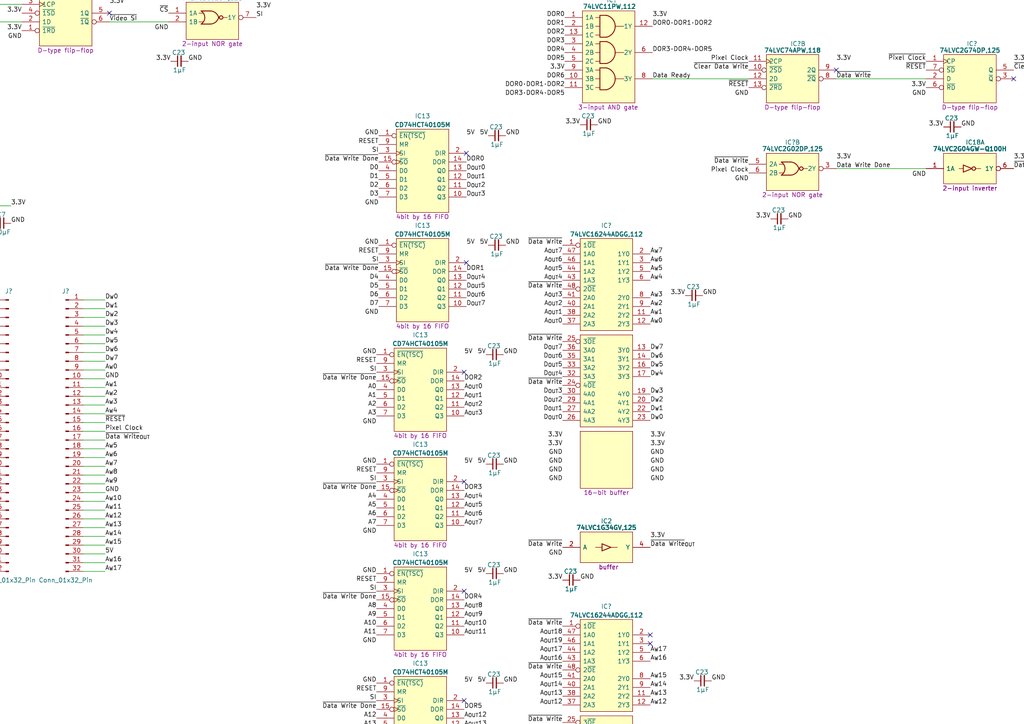
<source format=kicad_sch>
(kicad_sch (version 20230121) (generator eeschema)
  (paper "A4")
  (junction (at -31.115 59.69))
  (junction (at -1.905 59.69))
  (no_connect (at 188.595 184.15))
  (no_connect (at 31.75 3.81))
  (no_connect (at 188.595 186.69))
  (no_connect (at 134.62 139.7))
  (no_connect (at 134.62 203.2))
  (no_connect (at 134.62 171.45))
  (no_connect (at 242.57 20.32))
  (no_connect (at 135.255 44.45))
  (no_connect (at 134.62 234.95))
  (no_connect (at -5.715 64.77))
  (no_connect (at 294.005 22.86))
  (no_connect (at 188.595 232.41))
  (no_connect (at 188.595 227.33))
  (no_connect (at 134.62 107.95))
  (no_connect (at 188.595 229.87))
  (no_connect (at 135.255 76.2))
  (no_connect (at 188.595 224.79))
  (wire (pts (xy -1.905 64.77) (xy -1.905 59.69)))
  (wire (pts (xy 30.48 130.175) (xy 24.13 130.175)))
  (wire (pts (xy 30.48 153.035) (xy 24.13 153.035)))
  (wire (pts (xy -1.27 6.35) (xy 6.35 6.35)))
  (wire (pts (xy 30.48 109.855) (xy 24.13 109.855)))
  (wire (pts (xy 30.48 145.415) (xy 24.13 145.415)))
  (wire (pts (xy 30.48 89.535) (xy 24.13 89.535)))
  (wire (pts (xy -8.89 127.635) (xy -2.54 127.635)))
  (wire (pts (xy -8.89 155.575) (xy -2.54 155.575)))
  (wire (pts (xy 30.48 102.235) (xy 24.13 102.235)))
  (wire (pts (xy 30.48 147.955) (xy 24.13 147.955)))
  (wire (pts (xy -8.89 145.415) (xy -2.54 145.415)))
  (wire (pts (xy 30.48 120.015) (xy 24.13 120.015)))
  (wire (pts (xy -8.89 104.775) (xy -2.54 104.775)))
  (wire (pts (xy 242.57 48.895) (xy 268.605 48.895)))
  (wire (pts (xy -8.89 125.095) (xy -2.54 125.095)))
  (wire (pts (xy -8.89 132.715) (xy -2.54 132.715)))
  (wire (pts (xy -8.89 120.015) (xy -2.54 120.015)))
  (wire (pts (xy -12.7 1.27) (xy 6.35 1.27)))
  (wire (pts (xy -8.89 137.795) (xy -2.54 137.795)))
  (wire (pts (xy -31.115 59.69) (xy -31.115 62.23)))
  (wire (pts (xy 30.48 92.075) (xy 24.13 92.075)))
  (wire (pts (xy 30.48 107.315) (xy 24.13 107.315)))
  (wire (pts (xy -8.89 99.695) (xy -2.54 99.695)))
  (wire (pts (xy 30.48 155.575) (xy 24.13 155.575)))
  (wire (pts (xy 30.48 117.475) (xy 24.13 117.475)))
  (wire (pts (xy -8.89 130.175) (xy -2.54 130.175)))
  (wire (pts (xy 30.48 142.875) (xy 24.13 142.875)))
  (wire (pts (xy 242.57 22.86) (xy 268.605 22.86)))
  (wire (pts (xy -8.89 160.655) (xy -2.54 160.655)))
  (wire (pts (xy 31.75 6.35) (xy 48.895 6.35)))
  (wire (pts (xy 30.48 137.795) (xy 24.13 137.795)))
  (wire (pts (xy -46.355 64.77) (xy -45.085 64.77)))
  (wire (pts (xy -8.89 102.235) (xy -2.54 102.235)))
  (wire (pts (xy 30.48 135.255) (xy 24.13 135.255)))
  (wire (pts (xy 30.48 122.555) (xy 24.13 122.555)))
  (wire (pts (xy -8.89 163.195) (xy -2.54 163.195)))
  (wire (pts (xy 30.48 125.095) (xy 24.13 125.095)))
  (wire (pts (xy 30.48 163.195) (xy 24.13 163.195)))
  (wire (pts (xy 30.48 132.715) (xy 24.13 132.715)))
  (wire (pts (xy -8.89 89.535) (xy -2.54 89.535)))
  (wire (pts (xy 30.48 150.495) (xy 24.13 150.495)))
  (wire (pts (xy 30.48 104.775) (xy 24.13 104.775)))
  (wire (pts (xy -8.89 86.995) (xy -2.54 86.995)))
  (wire (pts (xy 30.48 99.695) (xy 24.13 99.695)))
  (wire (pts (xy 30.48 160.655) (xy 24.13 160.655)))
  (wire (pts (xy -8.89 112.395) (xy -2.54 112.395)))
  (wire (pts (xy -8.89 92.075) (xy -2.54 92.075)))
  (wire (pts (xy 30.48 112.395) (xy 24.13 112.395)))
  (wire (pts (xy 30.48 94.615) (xy 24.13 94.615)))
  (wire (pts (xy -8.89 142.875) (xy -2.54 142.875)))
  (wire (pts (xy -1.27 10.16) (xy -1.27 6.35)))
  (wire (pts (xy -8.89 94.615) (xy -2.54 94.615)))
  (wire (pts (xy -8.89 114.935) (xy -2.54 114.935)))
  (wire (pts (xy -8.89 107.315) (xy -2.54 107.315)))
  (wire (pts (xy -8.89 150.495) (xy -2.54 150.495)))
  (wire (pts (xy 30.48 114.935) (xy 24.13 114.935)))
  (wire (pts (xy -46.355 59.69) (xy -46.355 64.77)))
  (wire (pts (xy 30.48 165.735) (xy 24.13 165.735)))
  (wire (pts (xy -8.89 117.475) (xy -2.54 117.475)))
  (wire (pts (xy 30.48 158.115) (xy 24.13 158.115)))
  (wire (pts (xy -8.89 147.955) (xy -2.54 147.955)))
  (wire (pts (xy -8.89 165.735) (xy -2.54 165.735)))
  (wire (pts (xy -8.89 158.115) (xy -2.54 158.115)))
  (wire (pts (xy 30.48 140.335) (xy 24.13 140.335)))
  (wire (pts (xy 24.13 86.995) (xy 30.48 86.995)))
  (wire (pts (xy -1.905 59.69) (xy 3.175 59.69)))
  (wire (pts (xy 189.23 22.86) (xy 217.17 22.86)))
  (wire (pts (xy -8.89 122.555) (xy -2.54 122.555)))
  (wire (pts (xy -8.89 153.035) (xy -2.54 153.035)))
  (wire (pts (xy -8.89 140.335) (xy -2.54 140.335)))
  (wire (pts (xy -46.355 59.69) (xy -31.115 59.69)))
  (wire (pts (xy 30.48 127.635) (xy 24.13 127.635)))
  (wire (pts (xy -8.89 135.255) (xy -2.54 135.255)))
  (wire (pts (xy -38.1 10.16) (xy -1.27 10.16)))
  (wire (pts (xy -8.89 97.155) (xy -2.54 97.155)))
  (wire (pts (xy -5.715 59.69) (xy -1.905 59.69)))
  (wire (pts (xy -8.89 109.855) (xy -2.54 109.855)))
  (wire (pts (xy 30.48 97.155) (xy 24.13 97.155)))
  (label "A_{OUT}14" (at 163.195 199.39 180))
  (label "PHI2" (at -38.1 10.16 180))
  (label "GND" (at 188.595 242.57 0))
  (label "A3" (at -8.89 120.015 180))
  (label "GND" (at 163.195 139.7 180))
  (label "A_{W}10" (at 188.595 214.63 0))
  (label "D5" (at -8.89 102.235 180))
  (label "A_{W}4" (at 188.595 81.28 0))
  (label "Pixel Clock" (at 217.17 17.78 180))
  (label "A_{W}1" (at 188.595 91.44 0))
  (label "D_{OUT}6" (at 163.195 104.14 180))
  (label "A_{W}16" (at 188.595 191.77 0))
  (label "~{Data Write}" (at 163.195 181.61 180))
  (label "RESET" (at 109.855 73.66 180))
  (label "5V" (at -8.89 92.075 180))
  (label "RESET" (at -12.7 26.035 0))
  (label "GND" (at 30.48 109.855 0))
  (label "A10" (at -8.89 147.955 180))
  (label "D_{W}2" (at 30.48 92.075 0))
  (label "DOR6" (at 134.62 237.49 0))
  (label "D_{OUT}6" (at 135.255 86.36 0))
  (label "GND" (at 109.22 154.94 180))
  (label "A_{OUT}9" (at 134.62 179.07 0))
  (label "DOR2" (at 163.83 10.16 180))
  (label "SI" (at 109.855 44.45 180))
  (label "GND" (at 188.595 134.62 0))
  (label "GND" (at 188.595 132.08 0))
  (label "A_{OUT}10" (at 163.195 214.63 180))
  (label "A_{OUT}5" (at 163.195 78.74 180))
  (label "A_{OUT}7" (at 163.195 73.66 180))
  (label "3.3V" (at 163.83 20.32 180))
  (label "~{RESET}" (at 217.17 25.4 180))
  (label "A_{OUT}3" (at 163.195 86.36 180))
  (label "GND" (at 163.195 245.11 180))
  (label "A_{OUT}15" (at 163.195 196.85 180))
  (label "A_{OUT}14" (at 134.62 213.36 0))
  (label "A_{OUT}2" (at 163.195 88.9 180))
  (label "~{Data Write}" (at 163.195 194.31 180))
  (label "Data Ready" (at 189.23 22.86 0))
  (label "3.3V" (at 163.195 127 180))
  (label "GND" (at 188.595 245.11 0))
  (label "D_{W}3" (at 188.595 114.3 0))
  (label "5V" (at 140.97 102.87 180))
  (label "SI" (at 109.22 107.95 180))
  (label "3.3V" (at 163.195 222.25 180))
  (label "3.3V" (at 31.75 1.27 0))
  (label "D_{OUT}3" (at 163.195 114.3 180))
  (label "GND" (at 163.195 137.16 180))
  (label "GND" (at 163.195 224.79 180))
  (label "A14" (at 109.22 213.36 180))
  (label "A5" (at -8.89 130.175 180))
  (label "GND" (at 109.22 166.37 180))
  (label "A_{W}7" (at 30.48 135.255 0))
  (label "A4" (at -8.89 127.635 180))
  (label "GND" (at 203.835 85.725 0))
  (label "D_{OUT}4" (at 163.195 109.22 180))
  (label "D_{W}7" (at 30.48 104.775 0))
  (label "3.3V" (at 294.005 46.355 0))
  (label "GND" (at -33.02 39.37 0))
  (label "~{Data Write}" (at 163.195 111.76 180))
  (label "A_{W}6" (at 30.48 132.715 0))
  (label "GND" (at 146.685 39.37 0))
  (label "D_{OUT}0" (at 135.255 49.53 0))
  (label "D_{OUT}2" (at 163.195 116.84 180))
  (label "DOR0·DOR1·DOR2" (at 189.23 7.62 0))
  (label "~{Data Write}" (at 163.195 158.75 180))
  (label "GND" (at 109.22 198.12 180))
  (label "A_{W}1" (at 30.48 112.395 0))
  (label "A15" (at -8.89 160.655 180))
  (label "~{Pixel Clock}" (at -12.7 28.575 0))
  (label "A17" (at 109.22 242.57 180))
  (label "D_{W}0" (at 188.595 121.92 0))
  (label "A_{OUT}16" (at 134.62 240.03 0))
  (label "3.3V" (at 294.005 17.78 0))
  (label "A_{OUT}11" (at 163.195 212.09 180))
  (label "GND" (at 109.22 186.69 180))
  (label "3.3V" (at 74.295 2.54 0))
  (label "~{Data Write Done}" (at 109.22 110.49 180))
  (label "A_{W}3" (at 30.48 117.475 0))
  (label "GND" (at 163.195 242.57 180))
  (label "3.3V" (at 223.52 63.5 180))
  (label "D7" (at -8.89 107.315 180))
  (label "A_{W}15" (at 188.595 196.85 0))
  (label "A_{W}2" (at 30.48 114.935 0))
  (label "DOR4" (at 163.83 15.24 180))
  (label "3.3V" (at 49.53 17.78 180))
  (label "3.3V" (at 188.595 127 0))
  (label "D_{W}6" (at 188.595 104.14 0))
  (label "A_{OUT}5" (at 134.62 147.32 0))
  (label "A_{OUT}11" (at 134.62 184.15 0))
  (label "GND" (at 146.05 229.87 0))
  (label "A0" (at -8.89 112.395 180))
  (label "A_{OUT}3" (at 134.62 120.65 0))
  (label "A11" (at -8.89 150.495 180))
  (label "Pixel Clock" (at 217.17 50.165 180))
  (label "3.3V" (at 6.35 8.89 180))
  (label "A_{OUT}13" (at 134.62 210.82 0))
  (label "A_{OUT}16" (at 163.195 191.77 180))
  (label "D3" (at -8.89 97.155 180))
  (label "A_{W}13" (at 188.595 201.93 0))
  (label "D_{OUT}5" (at 163.195 106.68 180))
  (label "GND" (at 188.595 247.65 0))
  (label "A_{W}12" (at 30.48 150.495 0))
  (label "A_{OUT}1" (at 163.195 91.44 180))
  (label "A_{W}17" (at 30.48 165.735 0))
  (label "DOR1" (at 163.83 7.62 180))
  (label "GND" (at 188.595 137.16 0))
  (label "GND" (at 163.195 132.08 180))
  (label "RESET" (at 109.22 105.41 180))
  (label "~{RESET}" (at 268.605 20.32 180))
  (label "A3" (at 109.22 120.65 180))
  (label "D_{OUT}0" (at 163.195 121.92 180))
  (label "A_{OUT}17" (at 163.195 189.23 180))
  (label "A4" (at 109.22 144.78 180))
  (label "~{Data Write}" (at 163.195 209.55 180))
  (label "3.3V" (at 198.755 85.725 180))
  (label "A2" (at 109.22 118.11 180))
  (label "D_{OUT}7" (at 135.255 88.9 0))
  (label "DOR2" (at 134.62 110.49 0))
  (label "~{CS}" (at -8.89 132.715 180))
  (label "GND" (at -38.1 3.81 180))
  (label "3.3V" (at 163.195 168.275 180))
  (label "GND" (at 173.355 36.195 0))
  (label "3.3V" (at 6.35 3.81 180))
  (label "A_{OUT}6" (at 134.62 149.86 0))
  (label "5V" (at 134.62 166.37 0))
  (label "A17" (at -8.89 165.735 180))
  (label "~{Data Write}_{OUT}" (at 30.48 127.635 0))
  (label "5V" (at 134.62 102.87 0))
  (label "A_{OUT}6" (at 163.195 76.2 180))
  (label "5V" (at 134.62 229.87 0))
  (label "D6" (at 109.855 86.36 180))
  (label "RESET" (at 109.22 137.16 180))
  (label "DOR3·DOR4·DOR5" (at 189.23 15.24 0))
  (label "A_{W}0" (at 188.595 93.98 0))
  (label "A_{W}13" (at 30.48 153.035 0))
  (label "A_{OUT}18" (at 163.195 184.15 180))
  (label "RESET" (at 109.22 232.41 180))
  (label "GND" (at 163.195 250.19 180))
  (label "A12" (at 109.22 208.28 180))
  (label "GND" (at -38.1 31.115 180))
  (label "A_{W}11" (at 30.48 147.955 0))
  (label "A_{OUT}15" (at 134.62 215.9 0))
  (label "GND" (at 268.605 51.435 180))
  (label "A_{W}9" (at 188.595 217.17 0))
  (label "~{Data Write Done}" (at 109.22 205.74 180))
  (label "A1" (at -8.89 114.935 180))
  (label "A_{W}10" (at 30.48 145.415 0))
  (label "3.3V" (at 163.195 129.54 180))
  (label "GND" (at 268.605 27.94 180))
  (label "A_{OUT}1" (at 134.62 115.57 0))
  (label "A_{OUT}8" (at 163.195 219.71 180))
  (label "A_{OUT}7" (at 134.62 152.4 0))
  (label "D_{OUT}5" (at 135.255 83.82 0))
  (label "D_{W}7" (at 188.595 101.6 0))
  (label "A_{OUT}0" (at 163.195 93.98 180))
  (label "GND" (at 146.05 134.62 0))
  (label "3.3V" (at -12.7 -1.27 0))
  (label "D3" (at 109.855 57.15 180))
  (label "GND" (at 278.765 36.83 0))
  (label "DOR0" (at 163.83 5.08 180))
  (label "~{Data Write Done}" (at 294.005 48.895 0))
  (label "DOR3" (at 134.62 142.24 0))
  (label "Data Write Done" (at 242.57 48.895 0))
  (label "D7" (at 109.855 88.9 180))
  (label "~{Data Write}" (at 163.195 83.82 180))
  (label "A_{W}3" (at 188.595 86.36 0))
  (label "GND" (at 6.35 11.43 180))
  (label "D2" (at -8.89 94.615 180))
  (label "SI" (at 109.22 139.7 180))
  (label "RESET" (at 109.22 200.66 180))
  (label "D_{OUT}2" (at 135.255 54.61 0))
  (label "5V" (at 141.605 71.12 180))
  (label "A_{W}12" (at 188.595 204.47 0))
  (label "D_{OUT}3" (at 135.255 57.15 0))
  (label "~{Pixel Clock}" (at 268.605 17.78 180))
  (label "GND" (at 109.22 123.19 180))
  (label "5V" (at 134.62 134.62 0))
  (label "GND" (at -31.115 64.77 180))
  (label "A_{OUT}0" (at 134.62 113.03 0))
  (label "3.3V" (at 163.195 237.49 180))
  (label "A5" (at 109.22 147.32 180))
  (label "A13" (at 109.22 210.82 180))
  (label "~{Data Write}" (at 163.195 99.06 180))
  (label "A_{W}17" (at 188.595 189.23 0))
  (label "~{Data Write}" (at 217.17 47.625 180))
  (label "5V" (at -46.355 59.69 180))
  (label "GND" (at 109.22 218.44 180))
  (label "GND" (at 109.22 102.87 180))
  (label "5V" (at 140.97 166.37 180))
  (label "3.3V" (at 268.605 25.4 180))
  (label "D1" (at -8.89 89.535 180))
  (label "5V" (at 140.97 134.62 180))
  (label "3.3V" (at -12.7 23.495 0))
  (label "D_{W}1" (at 188.595 119.38 0))
  (label "D_{W}5" (at 30.48 99.695 0))
  (label "D_{OUT}4" (at 135.255 81.28 0))
  (label "D4" (at 109.855 81.28 180))
  (label "DOR6" (at 163.83 22.86 180))
  (label "A7" (at 109.22 152.4 180))
  (label "GND" (at 109.22 134.62 180))
  (label "5V" (at 30.48 160.655 0))
  (label "A6" (at 109.22 149.86 180))
  (label "A_{OUT}18" (at 134.62 245.11 0))
  (label "GND" (at 109.22 250.19 180))
  (label "~{Data Write}" (at 163.195 71.12 180))
  (label "3.3V" (at -38.1 39.37 180))
  (label "A_{W}8" (at 188.595 219.71 0))
  (label "D1" (at 109.855 52.07 180))
  (label "A_{W}6" (at 188.595 76.2 0))
  (label "A_{W}0" (at 30.48 107.315 0))
  (label "3.3V" (at 168.275 36.195 180))
  (label "GND" (at 217.17 52.705 180))
  (label "DOR5" (at 163.83 17.78 180))
  (label "A_{OUT}10" (at 134.62 181.61 0))
  (label "D_{OUT}7" (at 163.195 101.6 180))
  (label "DOR4" (at 134.62 173.99 0))
  (label "DOR1" (at 135.255 78.74 0))
  (label "A_{W}14" (at 30.48 155.575 0))
  (label "GND" (at 109.22 247.65 180))
  (label "GND" (at 163.195 247.65 180))
  (label "GND" (at 109.22 229.87 180))
  (label "A_{W}15" (at 30.48 158.115 0))
  (label "3.3V" (at 163.195 240.03 180))
  (label "A13" (at -8.89 155.575 180))
  (label "~{Data Write}_{OUT}" (at 188.595 158.75 0))
  (label "A_{OUT}12" (at 163.195 204.47 180))
  (label "3.3V" (at 189.23 5.08 0))
  (label "RESET" (at 109.855 41.91 180))
  (label "D_{W}4" (at 188.595 109.22 0))
  (label "SI" (at 109.22 203.2 180))
  (label "D_{OUT}1" (at 163.195 119.38 180))
  (label "SI" (at 109.22 171.45 180))
  (label "D0" (at 109.855 49.53 180))
  (label "A16" (at -8.89 163.195 180))
  (label "D6" (at -8.89 104.775 180))
  (label "5V" (at 140.97 198.12 180))
  (label "A_{OUT}4" (at 163.195 81.28 180))
  (label "D0" (at -8.89 86.995 180))
  (label "A2" (at -8.89 117.475 180))
  (label "A_{OUT}2" (at 134.62 118.11 0))
  (label "~{RESET}" (at 30.48 122.555 0))
  (label "A14" (at -8.89 158.115 180))
  (label "GND" (at 109.855 39.37 180))
  (label "A_{W}14" (at 188.595 199.39 0))
  (label "GND" (at -28.575 -12.065 0))
  (label "3.3V" (at 242.57 46.355 0))
  (label "GND" (at 3.175 64.77 0))
  (label "5V" (at 135.255 39.37 0))
  (label "DOR3·DOR4·DOR5" (at 163.83 27.94 180))
  (label "Pixel Clock" (at -38.1 28.575 180))
  (label "D_{W}3" (at 30.48 94.615 0))
  (label "A_{W}9" (at 30.48 140.335 0))
  (label "A_{W}7" (at 188.595 73.66 0))
  (label "A_{OUT}12" (at 134.62 208.28 0))
  (label "GND" (at 163.195 232.41 180))
  (label "D_{W}1" (at 30.48 89.535 0))
  (label "~{Source Clock}" (at -12.7 1.27 0))
  (label "A_{OUT}17" (at 134.62 242.57 0))
  (label "~{RESET}" (at -38.1 26.035 180))
  (label "SI" (at 109.22 234.95 180))
  (label "D_{W}5" (at 188.595 106.68 0))
  (label "DOR3" (at 163.83 12.7 180))
  (label "A_{OUT}9" (at 163.195 217.17 180))
  (label "A_{W}16" (at 30.48 163.195 0))
  (label "GND" (at 109.855 71.12 180))
  (label "Pixel Clock" (at 30.48 125.095 0))
  (label "A_{W}11" (at 188.595 212.09 0))
  (label "~{Data Write Done}" (at 109.855 78.74 180))
  (label "A_{OUT}19" (at 163.195 186.69 180))
  (label "3.3V" (at 188.595 240.03 0))
  (label "GND" (at 109.855 91.44 180))
  (label "5V" (at 140.97 229.87 180))
  (label "PHI2" (at -8.89 125.095 180))
  (label "3.3V" (at 188.595 237.49 0))
  (label "D_{W}2" (at 188.595 116.84 0))
  (label "A1" (at 109.22 115.57 180))
  (label "A_{OUT}13" (at 163.195 201.93 180))
  (label "GND" (at 109.855 59.69 180))
  (label "5V" (at 134.62 198.12 0))
  (label "A_{OUT}4" (at 134.62 144.78 0))
  (label "~{Data Write}" (at 242.57 22.86 0))
  (label "~{CS}" (at 48.895 3.81 180))
  (label "D_{W}0" (at 30.48 86.995 0))
  (label "SI" (at 74.295 5.08 0))
  (label "3.3V" (at 201.295 197.485 180))
  (label "DOR0" (at 135.255 46.99 0))
  (label "GND" (at 188.595 139.7 0))
  (label "GND" (at 48.895 8.89 180))
  (label "A_{W}8" (at 30.48 137.795 0))
  (label "3.3V" (at 188.595 129.54 0))
  (label "A_{W}4" (at 30.48 120.015 0))
  (label "A_{W}5" (at 188.595 78.74 0))
  (label "A8" (at 109.22 176.53 180))
  (label "3.3V" (at 3.175 59.69 0))
  (label "A9" (at 109.22 179.07 180))
  (label "A6" (at -8.89 135.255 180))
  (label "RESET" (at 109.22 168.91 180))
  (label "GND" (at 146.05 166.37 0))
  (label "A11" (at 109.22 184.15 180))
  (label "~{Data Write Done}" (at 109.22 173.99 180))
  (label "A12" (at -8.89 153.035 180))
  (label "~{Data Write Done}" (at 109.22 237.49 180))
  (label "A10" (at 109.22 181.61 180))
  (label "A0" (at 109.22 113.03 180))
  (label "GND" (at 168.275 168.275 0))
  (label "GND" (at 163.195 134.62 180))
  (label "GND" (at -40.005 64.77 0))
  (label "A8" (at -8.89 140.335 180))
  (label "~{Clear Data Write}" (at 217.17 20.32 180))
  (label "5V" (at 141.605 39.37 180))
  (label "~{Video SI}" (at 31.75 6.35 0))
  (label "GND" (at 146.685 71.12 0))
  (label "A9" (at -8.89 145.415 180))
  (label "D2" (at 109.855 54.61 180))
  (label "GND" (at 188.595 250.19 0))
  (label "D_{OUT}1" (at 135.255 52.07 0))
  (label "3.3V" (at 273.685 36.83 180))
  (label "GND" (at 163.195 161.29 180))
  (label "GND" (at 217.17 27.94 180))
  (label "GND" (at 146.05 198.12 0))
  (label "3.3V" (at 242.57 17.78 0))
  (label "DOR0·DOR1·DOR2" (at 163.83 25.4 180))
  (label "Source Clock" (at -8.89 122.555 180))
  (label "GND" (at -8.89 142.875 180))
  (label "GND" (at -8.89 109.855 180))
  (label "~{Data Write Done}" (at 109.22 142.24 180))
  (label "A_{OUT}8" (at 134.62 176.53 0))
  (label "D4" (at -8.89 99.695 180))
  (label "SI" (at 109.855 76.2 180))
  (label "5V" (at 135.255 71.12 0))
  (label "D_{W}4" (at 30.48 97.155 0))
  (label "A16" (at 109.22 240.03 180))
  (label "Source Clock" (at -38.1 1.27 180))
  (label "GND" (at 163.195 229.87 180))
  (label "A_{W}2" (at 188.595 88.9 0))
  (label "3.3V" (at -33.655 -12.065 180))
  (label "A15" (at 109.22 215.9 180))
  (label "3.3V" (at 188.595 156.21 0))
  (label "GND" (at 228.6 63.5 0))
  (label "A7" (at -8.89 137.795 180))
  (label "D5" (at 109.855 83.82 180))
  (label "~{Clear Data Write}" (at 294.005 20.32 0))
  (label "DOR5" (at 134.62 205.74 0))
  (label "D_{W}6" (at 30.48 102.235 0))
  (label "GND" (at 146.05 102.87 0))
  (label "GND" (at 54.61 17.78 0))
  (label "GND" (at 163.195 227.33 180))
  (label "A_{OUT}19" (at 134.62 247.65 0))
  (label "~{Data Write Done}" (at 109.855 46.99 180))
  (label "A_{W}5" (at 30.48 130.175 0))
  (label "GND" (at 109.22 245.11 180))
  (label "GND" (at 30.48 142.875 0))
  (label "GND" (at 206.375 197.485 0))
  (symbol (lib_id "Nexperia:74LVC74APW,118_Multi") (at 6.35 1.27 0) (unit 1)
    (property "Reference" "IC?" (at 18.415 -3.81 0) (effects (justify left)))
    (property "Value" "74LVC74APW,118" (at 19.05 -1.905 0) (effects (font bold)))
    (property "Footprint" "SOP65P640X110-14N" (effects hide))
    (property "Datasheet" "https://assets.nexperia.com/documents/data-sheet/74LVC74A.pdf" (effects hide))
    (property "Description" "D-type flip-flop" (at 19.05 14.605 0))
    (property "Height" "1.1" (effects hide))
    (property "Mouser Part Number" "771-74LVC74APW-T" (effects hide))
    (property "Mouser Price/Stock" "https://www.mouser.co.uk/ProductDetail/Nexperia/74LVC74APW118?qs=me8TqzrmIYVtXwVfet0lzw%3D%3D" (effects hide))
    (property "Manufacturer_Name" "Nexperia" (effects hide))
    (property "Manufacturer_Part_Number" "74LVC74APW,118" (effects hide))
    (property "Silkscreen" "74LVC74APW" (effects hide))
    (instances (project "Video 400x600 single" (path "" (reference "IC?") (unit 1)) (path "" (reference "IC3") (unit 1))))
  )
  (symbol (lib_id "Nexperia:74LVC2G04GW-Q100H_Multi") (at 268.605 48.895 0) (unit 1)
    (property "Reference" "IC18" (at 280.035 41.275 0) (effects (justify left)))
    (property "Value" "74LVC2G04GW-Q100H" (at 281.305 43.18 0) (effects (font bold)))
    (property "Footprint" "SOP65P210X110-6N" (effects hide))
    (property "Datasheet" "https://assets.nexperia.com/documents/data-sheet/74LVC2G04_Q100.pdf" (effects hide))
    (property "Description" "2-input inverter" (at 281.305 54.61 0))
    (property "Height" "1.1" (effects hide))
    (property "Manufacturer_Name" "Nexperia" (effects hide))
    (property "Manufacturer_Part_Number" "74LVC2G04GW-Q100H" (effects hide))
    (property "Mouser Part Number" "771-74LVC2G04GWQ100H" (effects hide))
    (property "Mouser Price/Stock" "https://www.mouser.co.uk/ProductDetail/Nexperia/74LVC2G04GW-Q100H?qs=Yna0arPQ0CQTXbBDVSrZqQ%3D%3D" (effects hide))
    (property "Silkscreen" "'2G04" (effects hide))
  )
  (symbol (lib_id "HCP65:C_0805") (at 141.605 39.37 0) (unit 1)
    (property "Reference" "C23" (at 143.891 36.83 0))
    (property "Value" "1μF" (at 144.145 41.91 0))
    (property "Footprint" "SamacSys_Parts:C_0805" (effects hide))
    (instances (project "Pico Sound" (path "" (reference "C23") (unit 1))) (project "Video 400x600 single" (path "" (reference "C?") (unit 1)) (path "" (reference "C5") (unit 1))))
  )
  (symbol (lib_id "Nexperia:74LVC2G74DP,125") (at 268.605 17.78 0) (unit 1)
    (property "Reference" "IC?" (at 281.94 12.7 0))
    (property "Value" "74LVC2G74DP,125" (at 281.305 14.605 0) (effects (font bold)))
    (property "Footprint" "SOP65P400X110-8N" (effects hide))
    (property "Datasheet" "https://assets.nexperia.com/documents/data-sheet/74LVC2G74.pdf" (effects hide))
    (property "Description" "D-type flip-flop" (at 281.305 31.115 0))
    (property "Height" "1.1" (effects hide))
    (property "Manufacturer_Name" "Nexperia" (effects hide))
    (property "Manufacturer_Part_Number" "74LVC2G74DP,125" (effects hide))
    (property "Mouser Part Number" "771-74LVC2G74DP-G" (effects hide))
    (property "Mouser Price/Stock" "https://www.mouser.co.uk/ProductDetail/Nexperia/74LVC2G74DP125?qs=me8TqzrmIYX1iMHaYTXJug%3D%3D" (effects hide))
    (property "Silkscreen" "'2G74" (effects hide))
    (instances (project "Video 400x600 single" (path "" (reference "IC?") (unit 1)) (path "" (reference "IC5") (unit 1))))
  )
  (symbol (lib_id "HCP65:C_0805") (at 140.97 102.87 0) (unit 1)
    (property "Reference" "C23" (at 143.256 100.33 0))
    (property "Value" "1μF" (at 143.51 105.41 0))
    (property "Footprint" "SamacSys_Parts:C_0805" (effects hide))
    (instances (project "Pico Sound" (path "" (reference "C23") (unit 1))) (project "Video 400x600 single" (path "" (reference "C?") (unit 1)) (path "" (reference "C7") (unit 1))))
  )
  (symbol (lib_id "Connector:Conn_01x32_Pin") (at 2.54 125.095 0) (mirror y) (unit 1)
    (property "Reference" "J?" (at 2.54 84.455 0))
    (property "Value" "Conn_01x32_Pin" (at 2.54 168.275 0))
    (property "Footprint" "Connector_PinHeader_2.54mm:PinHeader_1x32_P2.54mm_Vertical" (effects hide))
    (instances (project "Video 400x600 single" (path "" (reference "J?") (unit 1)) (path "" (reference "J1") (unit 1))))
  )
  (symbol (lib_id "HCP65:C_0805") (at 273.685 36.83 0) (unit 1)
    (property "Reference" "C23" (at 275.971 34.29 0))
    (property "Value" "1μF" (at 276.225 39.37 0))
    (property "Footprint" "SamacSys_Parts:C_0805" (effects hide))
    (instances (project "Pico Sound" (path "" (reference "C23") (unit 1))) (project "Video 400x600 single" (path "" (reference "C?") (unit 1)) (path "" (reference "C16") (unit 1))))
  )
  (symbol (lib_id "Nexperia:74LVC16244ADGG,112") (at 163.195 71.12 0) (unit 1)
    (property "Reference" "IC?" (at 175.895 65.405 0))
    (property "Value" "74LVC16244ADGG,112" (at 175.895 67.945 0) (effects (font bold)))
    (property "Footprint" "74LVC16244ADGG112" (effects hide))
    (property "Datasheet" "https://assets.nexperia.com/documents/data-sheet/74LVC_LVCH16244A.pdf" (effects hide))
    (property "Description" "16-bit buffer" (at 175.895 142.875 0))
    (property "Height" "1.2" (effects hide))
    (property "Manufacturer_Name" "Nexperia" (effects hide))
    (property "Manufacturer_Part_Number" "74LVC16244ADGG,112" (effects hide))
    (property "Mouser Part Number" "771-74LVC16244DG" (effects hide))
    (property "Mouser Price/Stock" "https://www.mouser.co.uk/ProductDetail/Nexperia/74LVC16244ADGG112?qs=qAI9lz2tHCO4%252BdMkKmxvXA%3D%3D" (effects hide))
    (property "Silkscreen" "74LVC16244ADGG" (effects hide))
    (instances (project "Video 400x600 single" (path "" (reference "IC?") (unit 1)) (path "" (reference "IC10") (unit 1))))
  )
  (symbol (lib_id "HCP65:C_0805") (at 140.97 198.12 0) (unit 1)
    (property "Reference" "C23" (at 143.256 195.58 0))
    (property "Value" "1μF" (at 143.51 200.66 0))
    (property "Footprint" "SamacSys_Parts:C_0805" (effects hide))
    (instances (project "Pico Sound" (path "" (reference "C23") (unit 1))) (project "Video 400x600 single" (path "" (reference "C?") (unit 1)) (path "" (reference "C10") (unit 1))))
  )
  (symbol (lib_id "HCP65:C_0805") (at 140.97 134.62 0) (unit 1)
    (property "Reference" "C23" (at 143.256 132.08 0))
    (property "Value" "1μF" (at 143.51 137.16 0))
    (property "Footprint" "SamacSys_Parts:C_0805" (effects hide))
    (instances (project "Pico Sound" (path "" (reference "C23") (unit 1))) (project "Video 400x600 single" (path "" (reference "C?") (unit 1)) (path "" (reference "C8") (unit 1))))
  )
  (symbol (lib_id "Texas_Instruments:CD74HCT40105M") (at 109.22 166.37 0) (unit 1)
    (property "Reference" "IC13" (at 121.92 160.655 0))
    (property "Value" "CD74HCT40105M" (at 121.92 163.195 0) (effects (font bold)))
    (property "Footprint" "SOIC127P600X175-16N" (effects hide))
    (property "Datasheet" "http://www.ti.com/lit/gpn/CD74HCT40105" (effects hide))
    (property "Description" "4bit by 16 FIFO" (at 121.92 189.865 0))
    (property "Height" "1.75" (effects hide))
    (property "Manufacturer_Name" "Texas Instruments" (effects hide))
    (property "Manufacturer_Part_Number" "CD74HCT40105M" (effects hide))
    (property "Mouser Part Number" "595-CD74HCT40105M" (effects hide))
    (property "Mouser Price/Stock" "https://www.mouser.co.uk/ProductDetail/Texas-Instruments/CD74HCT40105M?qs=Dqy2GfToSoScqz%252Bk6stUgg%3D%3D" (effects hide))
    (property "Arrow Part Number" "CD74HCT40105M" (effects hide))
    (property "Arrow Price/Stock" "https://www.arrow.com/en/products/cd74hct40105m/texas-instruments" (effects hide))
    (instances (project "Pico Sound" (path "" (reference "IC13") (unit 1))) (project "Video 400x600 single" (path "" (reference "IC?") (unit 1)) (path "" (reference "IC13") (unit 1))))
  )
  (symbol (lib_id "HCP65:C_0805") (at -1.905 64.77 0) (unit 1)
    (property "Reference" "C7" (at 0.381 62.23 0))
    (property "Value" "10µF" (at -1.905 67.31 0) (effects (justify left)))
    (property "Footprint" "SamacSys_Parts:C_0805" (effects hide))
    (instances (project "Pico Sound" (path "" (reference "C7") (unit 1))) (project "Video 400x600 single" (path "" (reference "C?") (unit 1)) (path "" (reference "C2") (unit 1))))
  )
  (symbol (lib_id "HCP65:C_0805") (at 168.275 36.195 0) (unit 1)
    (property "Reference" "C23" (at 170.561 33.655 0))
    (property "Value" "1μF" (at 170.815 38.735 0))
    (property "Footprint" "SamacSys_Parts:C_0805" (effects hide))
    (instances (project "Pico Sound" (path "" (reference "C23") (unit 1))) (project "Video 400x600 single" (path "" (reference "C?") (unit 1)) (path "" (reference "C15") (unit 1))))
  )
  (symbol (lib_id "Diodes_Inc:AP7365-33WG-7") (at -31.115 59.69 0) (unit 1)
    (property "Reference" "IC2" (at -18.415 54.61 0))
    (property "Value" "AP7365-33WG-7" (at -18.415 56.515 0) (effects (font bold)))
    (property "Footprint" "SOT95P285X130-5N" (effects hide))
    (property "Datasheet" "https://componentsearchengine.com/Datasheets/1/AP7365-33WG-7.pdf" (effects hide))
    (property "Description" "3.3.3V LDO voltage regulator" (at -18.415 67.945 0))
    (property "Height" "1.3" (effects hide))
    (property "Manufacturer_Name" "Diodes Inc." (effects hide))
    (property "Manufacturer_Part_Number" "AP7365-33WG-7" (effects hide))
    (property "Mouser Part Number" "621-AP7365-33WG-7" (effects hide))
    (property "Mouser Price/Stock" "https://www.mouser.co.uk/ProductDetail/Diodes-Incorporated/AP7365-33WG-7?qs=abZ1nkZpTuOZFvxvoFPL0w%3D%3D" (effects hide))
    (property "Arrow Part Number" "AP7365-33WG-7" (effects hide))
    (property "Arrow Price/Stock" "https://www.arrow.com/en/products/ap7365-33wg-7/diodes-incorporated?region=nac" (effects hide))
    (property "Silkscreen" "AP7365" (effects hide))
    (instances (project "Pico Sound" (path "" (reference "IC2") (unit 1))) (project "Video 400x600 single" (path "" (reference "IC?") (unit 1)) (path "" (reference "IC8") (unit 1))))
  )
  (symbol (lib_id "Texas_Instruments:CD74HCT40105M") (at 109.22 102.87 0) (unit 1)
    (property "Reference" "IC13" (at 121.92 97.155 0))
    (property "Value" "CD74HCT40105M" (at 121.92 99.695 0) (effects (font bold)))
    (property "Footprint" "SOIC127P600X175-16N" (effects hide))
    (property "Datasheet" "http://www.ti.com/lit/gpn/CD74HCT40105" (effects hide))
    (property "Description" "4bit by 16 FIFO" (at 121.92 126.365 0))
    (property "Height" "1.75" (effects hide))
    (property "Manufacturer_Name" "Texas Instruments" (effects hide))
    (property "Manufacturer_Part_Number" "CD74HCT40105M" (effects hide))
    (property "Mouser Part Number" "595-CD74HCT40105M" (effects hide))
    (property "Mouser Price/Stock" "https://www.mouser.co.uk/ProductDetail/Texas-Instruments/CD74HCT40105M?qs=Dqy2GfToSoScqz%252Bk6stUgg%3D%3D" (effects hide))
    (property "Arrow Part Number" "CD74HCT40105M" (effects hide))
    (property "Arrow Price/Stock" "https://www.arrow.com/en/products/cd74hct40105m/texas-instruments" (effects hide))
    (instances (project "Pico Sound" (path "" (reference "IC13") (unit 1))) (project "Video 400x600 single" (path "" (reference "IC?") (unit 1)) (path "" (reference "IC11") (unit 1))))
  )
  (symbol (lib_id "Texas_Instruments:CD74HCT40105M") (at 109.22 229.87 0) (unit 1)
    (property "Reference" "IC13" (at 121.92 224.155 0))
    (property "Value" "CD74HCT40105M" (at 121.92 226.695 0) (effects (font bold)))
    (property "Footprint" "SOIC127P600X175-16N" (effects hide))
    (property "Datasheet" "http://www.ti.com/lit/gpn/CD74HCT40105" (effects hide))
    (property "Description" "4bit by 16 FIFO" (at 121.92 253.365 0))
    (property "Height" "1.75" (effects hide))
    (property "Manufacturer_Name" "Texas Instruments" (effects hide))
    (property "Manufacturer_Part_Number" "CD74HCT40105M" (effects hide))
    (property "Mouser Part Number" "595-CD74HCT40105M" (effects hide))
    (property "Mouser Price/Stock" "https://www.mouser.co.uk/ProductDetail/Texas-Instruments/CD74HCT40105M?qs=Dqy2GfToSoScqz%252Bk6stUgg%3D%3D" (effects hide))
    (property "Arrow Part Number" "CD74HCT40105M" (effects hide))
    (property "Arrow Price/Stock" "https://www.arrow.com/en/products/cd74hct40105m/texas-instruments" (effects hide))
    (instances (project "Pico Sound" (path "" (reference "IC13") (unit 1))) (project "Video 400x600 single" (path "" (reference "IC?") (unit 1)) (path "" (reference "IC16") (unit 1))))
  )
  (symbol (lib_id "HCP65:C_0805") (at 49.53 17.78 0) (unit 1)
    (property "Reference" "C23" (at 51.816 15.24 0))
    (property "Value" "1μF" (at 52.07 20.32 0))
    (property "Footprint" "SamacSys_Parts:C_0805" (effects hide))
    (instances (project "Pico Sound" (path "" (reference "C23") (unit 1))) (project "Video 400x600 single" (path "" (reference "C?") (unit 1)) (path "" (reference "C18") (unit 1))))
  )
  (symbol (lib_id "HCP65:C_0805") (at -33.655 -12.065 0) (unit 1)
    (property "Reference" "C23" (at -31.369 -14.605 0))
    (property "Value" "1μF" (at -31.115 -9.525 0))
    (property "Footprint" "SamacSys_Parts:C_0805" (effects hide))
    (instances (project "Pico Sound" (path "" (reference "C23") (unit 1))) (project "Video 400x600 single" (path "" (reference "C?") (unit 1)) (path "" (reference "C17") (unit 1))))
  )
  (symbol (lib_id "HCP65:C_0805") (at -38.1 39.37 0) (unit 1)
    (property "Reference" "C23" (at -35.814 36.83 0))
    (property "Value" "1μF" (at -35.56 41.91 0))
    (property "Footprint" "SamacSys_Parts:C_0805" (effects hide))
    (instances (project "Pico Sound" (path "" (reference "C23") (unit 1))) (project "Video 400x600 single" (path "" (reference "C?") (unit 1)) (path "" (reference "C3") (unit 1))))
  )
  (symbol (lib_id "Nexperia:74LVC1G34GV,125") (at 163.195 156.21 0) (unit 1)
    (property "Reference" "IC2" (at 175.895 151.13 0))
    (property "Value" "74LVC1G34GV,125" (at 175.895 153.035 0) (effects (font bold)))
    (property "Footprint" "SOT95P275X110-5N" (effects hide))
    (property "Datasheet" "https://assets.nexperia.com/documents/data-sheet/74LVC1G34.pdf" (effects hide))
    (property "Description" "buffer" (at 176.53 164.465 0))
    (property "Height" "1.1" (effects hide))
    (property "Mouser Part Number" "771-LVC1G34GV125" (effects hide))
    (property "Mouser Price/Stock" "https://www.mouser.co.uk/ProductDetail/Nexperia/74LVC1G34GV125?qs=me8TqzrmIYWVUgDJNorjKA%3D%3D" (effects hide))
    (property "Manufacturer_Name" "Nexperia" (effects hide))
    (property "Manufacturer_Part_Number" "74LVC1G34GV,125" (effects hide))
    (property "Silkscreen" "'1G34" (effects hide))
  )
  (symbol (lib_name "74LVC2G04GW-Q100H_Multi_1") (lib_id "Nexperia:74LVC2G04GW-Q100H_Multi") (at -38.1 1.27 0) (unit 2)
    (property "Reference" "IC18" (at -26.67 -6.35 0) (effects (justify left)))
    (property "Value" "74LVC2G04GW-Q100H" (at -25.4 -4.445 0) (effects (font bold)))
    (property "Footprint" "SOP65P210X110-6N" (effects hide))
    (property "Datasheet" "https://assets.nexperia.com/documents/data-sheet/74LVC2G04_Q100.pdf" (effects hide))
    (property "Description" "2-input inverter" (at -25.4 6.985 0))
    (property "Height" "1.1" (effects hide))
    (property "Manufacturer_Name" "Nexperia" (effects hide))
    (property "Manufacturer_Part_Number" "74LVC2G04GW-Q100H" (effects hide))
    (property "Mouser Part Number" "771-74LVC2G04GWQ100H" (effects hide))
    (property "Mouser Price/Stock" "https://www.mouser.co.uk/ProductDetail/Nexperia/74LVC2G04GW-Q100H?qs=Yna0arPQ0CQTXbBDVSrZqQ%3D%3D" (effects hide))
    (property "Silkscreen" "'2G04" (effects hide))
  )
  (symbol (lib_id "Nexperia:74LVC74APW,118_Multi") (at 217.17 17.78 0) (unit 2)
    (property "Reference" "IC?" (at 229.235 12.7 0) (effects (justify left)))
    (property "Value" "74LVC74APW,118" (at 229.87 14.605 0) (effects (font bold)))
    (property "Footprint" "SOP65P640X110-14N" (effects hide))
    (property "Datasheet" "https://assets.nexperia.com/documents/data-sheet/74LVC74A.pdf" (effects hide))
    (property "Description" "D-type flip-flop" (at 229.87 31.115 0))
    (property "Height" "1.1" (effects hide))
    (property "Mouser Part Number" "771-74LVC74APW-T" (effects hide))
    (property "Mouser Price/Stock" "https://www.mouser.co.uk/ProductDetail/Nexperia/74LVC74APW118?qs=me8TqzrmIYVtXwVfet0lzw%3D%3D" (effects hide))
    (property "Manufacturer_Name" "Nexperia" (effects hide))
    (property "Manufacturer_Part_Number" "74LVC74APW,118" (effects hide))
    (property "Silkscreen" "74LVC74APW" (effects hide))
    (instances (project "Video 400x600 single" (path "" (reference "IC?") (unit 2)) (path "" (reference "IC3") (unit 2))))
  )
  (symbol (lib_id "Texas_Instruments:CD74HCT40105M") (at 109.22 134.62 0) (unit 1)
    (property "Reference" "IC13" (at 121.92 128.905 0))
    (property "Value" "CD74HCT40105M" (at 121.92 131.445 0) (effects (font bold)))
    (property "Footprint" "SOIC127P600X175-16N" (effects hide))
    (property "Datasheet" "http://www.ti.com/lit/gpn/CD74HCT40105" (effects hide))
    (property "Description" "4bit by 16 FIFO" (at 121.92 158.115 0))
    (property "Height" "1.75" (effects hide))
    (property "Manufacturer_Name" "Texas Instruments" (effects hide))
    (property "Manufacturer_Part_Number" "CD74HCT40105M" (effects hide))
    (property "Mouser Part Number" "595-CD74HCT40105M" (effects hide))
    (property "Mouser Price/Stock" "https://www.mouser.co.uk/ProductDetail/Texas-Instruments/CD74HCT40105M?qs=Dqy2GfToSoScqz%252Bk6stUgg%3D%3D" (effects hide))
    (property "Arrow Part Number" "CD74HCT40105M" (effects hide))
    (property "Arrow Price/Stock" "https://www.arrow.com/en/products/cd74hct40105m/texas-instruments" (effects hide))
    (instances (project "Pico Sound" (path "" (reference "IC13") (unit 1))) (project "Video 400x600 single" (path "" (reference "IC?") (unit 1)) (path "" (reference "IC12") (unit 1))))
  )
  (symbol (lib_id "HCP65:C_0805") (at 201.295 197.485 0) (unit 1)
    (property "Reference" "C23" (at 203.581 194.945 0))
    (property "Value" "1μF" (at 203.835 200.025 0))
    (property "Footprint" "SamacSys_Parts:C_0805" (effects hide))
    (instances (project "Pico Sound" (path "" (reference "C23") (unit 1))) (project "Video 400x600 single" (path "" (reference "C?") (unit 1)) (path "" (reference "C12") (unit 1))))
  )
  (symbol (lib_id "HCP65:C_0805") (at 141.605 71.12 0) (unit 1)
    (property "Reference" "C23" (at 143.891 68.58 0))
    (property "Value" "1μF" (at 144.145 73.66 0))
    (property "Footprint" "SamacSys_Parts:C_0805" (effects hide))
    (instances (project "Pico Sound" (path "" (reference "C23") (unit 1))) (project "Video 400x600 single" (path "" (reference "C?") (unit 1)) (path "" (reference "C6") (unit 1))))
  )
  (symbol (lib_id "HCP65:C_0805") (at 140.97 166.37 0) (unit 1)
    (property "Reference" "C23" (at 143.256 163.83 0))
    (property "Value" "1μF" (at 143.51 168.91 0))
    (property "Footprint" "SamacSys_Parts:C_0805" (effects hide))
    (instances (project "Pico Sound" (path "" (reference "C23") (unit 1))) (project "Video 400x600 single" (path "" (reference "C?") (unit 1)) (path "" (reference "C9") (unit 1))))
  )
  (symbol (lib_id "Texas_Instruments:CD74HCT40105M") (at 109.855 39.37 0) (unit 1)
    (property "Reference" "IC13" (at 122.555 33.655 0))
    (property "Value" "CD74HCT40105M" (at 122.555 36.195 0) (effects (font bold)))
    (property "Footprint" "SOIC127P600X175-16N" (effects hide))
    (property "Datasheet" "http://www.ti.com/lit/gpn/CD74HCT40105" (effects hide))
    (property "Description" "4bit by 16 FIFO" (at 122.555 62.865 0))
    (property "Height" "1.75" (effects hide))
    (property "Manufacturer_Name" "Texas Instruments" (effects hide))
    (property "Manufacturer_Part_Number" "CD74HCT40105M" (effects hide))
    (property "Mouser Part Number" "595-CD74HCT40105M" (effects hide))
    (property "Mouser Price/Stock" "https://www.mouser.co.uk/ProductDetail/Texas-Instruments/CD74HCT40105M?qs=Dqy2GfToSoScqz%252Bk6stUgg%3D%3D" (effects hide))
    (property "Arrow Part Number" "CD74HCT40105M" (effects hide))
    (property "Arrow Price/Stock" "https://www.arrow.com/en/products/cd74hct40105m/texas-instruments" (effects hide))
    (instances (project "Pico Sound" (path "" (reference "IC13") (unit 1))) (project "Video 400x600 single" (path "" (reference "IC?") (unit 1)) (path "" (reference "IC7") (unit 1))))
  )
  (symbol (lib_id "HCP65:C_0805") (at 163.195 168.275 0) (unit 1)
    (property "Reference" "C23" (at 165.481 165.735 0))
    (property "Value" "1μF" (at 165.735 170.815 0))
    (property "Footprint" "SamacSys_Parts:C_0805" (effects hide))
    (instances (project "Pico Sound" (path "" (reference "C23") (unit 1))) (project "Video 400x600 single" (path "" (reference "C?") (unit 1)) (path "" (reference "C4") (unit 1))))
  )
  (symbol (lib_id "HCP65:C_0805") (at -45.085 64.77 0) (unit 1)
    (property "Reference" "C5" (at -42.799 62.23 0))
    (property "Value" "10µF" (at -45.085 67.31 0) (effects (justify left)))
    (property "Footprint" "SamacSys_Parts:C_0805" (effects hide))
    (instances (project "Pico Sound" (path "" (reference "C5") (unit 1))) (project "Video 400x600 single" (path "" (reference "C?") (unit 1)) (path "" (reference "C1") (unit 1))))
  )
  (symbol (lib_id "Nexperia:74LVC16244ADGG,112") (at 163.195 181.61 0) (unit 1)
    (property "Reference" "IC?" (at 175.895 175.895 0))
    (property "Value" "74LVC16244ADGG,112" (at 175.895 178.435 0) (effects (font bold)))
    (property "Footprint" "74LVC16244ADGG112" (effects hide))
    (property "Datasheet" "https://assets.nexperia.com/documents/data-sheet/74LVC_LVCH16244A.pdf" (effects hide))
    (property "Description" "16-bit buffer" (at 175.895 253.365 0))
    (property "Height" "1.2" (effects hide))
    (property "Manufacturer_Name" "Nexperia" (effects hide))
    (property "Manufacturer_Part_Number" "74LVC16244ADGG,112" (effects hide))
    (property "Mouser Part Number" "771-74LVC16244DG" (effects hide))
    (property "Mouser Price/Stock" "https://www.mouser.co.uk/ProductDetail/Nexperia/74LVC16244ADGG112?qs=qAI9lz2tHCO4%252BdMkKmxvXA%3D%3D" (effects hide))
    (property "Silkscreen" "74LVC16244ADGG" (effects hide))
    (instances (project "Video 400x600 single" (path "" (reference "IC?") (unit 1)) (path "" (reference "IC14") (unit 1))))
  )
  (symbol (lib_id "HCP65:C_0805") (at 198.755 85.725 0) (unit 1)
    (property "Reference" "C23" (at 201.041 83.185 0))
    (property "Value" "1μF" (at 201.295 88.265 0))
    (property "Footprint" "SamacSys_Parts:C_0805" (effects hide))
    (instances (project "Pico Sound" (path "" (reference "C23") (unit 1))) (project "Video 400x600 single" (path "" (reference "C?") (unit 1)) (path "" (reference "C13") (unit 1))))
  )
  (symbol (lib_id "Nexperia:74LVC2G04GW-Q100H") (at -38.1 26.035 0) (unit 1)
    (property "Reference" "IC17" (at -26.67 18.415 0) (effects (justify left)))
    (property "Value" "74LVC2G04GW-Q100H" (at -25.4 20.32 0) (effects (font bold)))
    (property "Footprint" "SOP65P210X110-6N" (effects hide))
    (property "Datasheet" "https://assets.nexperia.com/documents/data-sheet/74LVC2G04_Q100.pdf" (effects hide))
    (property "Description" "2-input inverter" (at -25.4 34.29 0))
    (property "Height" "1.1" (effects hide))
    (property "Manufacturer_Name" "Nexperia" (effects hide))
    (property "Manufacturer_Part_Number" "74LVC2G04GW-Q100H" (effects hide))
    (property "Mouser Part Number" "771-74LVC2G04GWQ100H" (effects hide))
    (property "Mouser Price/Stock" "https://www.mouser.co.uk/ProductDetail/Nexperia/74LVC2G04GW-Q100H?qs=Yna0arPQ0CQTXbBDVSrZqQ%3D%3D" (effects hide))
    (property "Silkscreen" "'2G04" (effects hide))
  )
  (symbol (lib_id "HCP65:C_0805") (at 223.52 63.5 0) (unit 1)
    (property "Reference" "C23" (at 225.806 60.96 0))
    (property "Value" "1μF" (at 226.06 66.04 0))
    (property "Footprint" "SamacSys_Parts:C_0805" (effects hide))
    (instances (project "Pico Sound" (path "" (reference "C23") (unit 1))) (project "Video 400x600 single" (path "" (reference "C?") (unit 1)) (path "" (reference "C14") (unit 1))))
  )
  (symbol (lib_name "74LVC2G02DP,125_Multi_1") (lib_id "Nexperia:74LVC2G02DP,125_Multi") (at 48.895 2.54 0) (unit 1)
    (property "Reference" "IC?" (at 61.595 -2.54 0))
    (property "Value" "74LVC2G02DP,125" (at 61.595 -0.635 0) (effects (font bold)))
    (property "Footprint" "SOP65P400X110-8N" (effects hide))
    (property "Datasheet" "https://assets.nexperia.com/documents/data-sheet/74LVC2G02.pdf" (effects hide))
    (property "Description" "2-input NOR gate" (at 61.595 12.7 0))
    (property "Height" "1.1" (effects hide))
    (property "Mouser Part Number" "771-LVC2G02DP125" (effects hide))
    (property "Mouser Price/Stock" "https://www.mouser.co.uk/ProductDetail/Nexperia/74LVC2G02DP125?qs=me8TqzrmIYWiSMBpOBB%252Bsg%3D%3D" (effects hide))
    (property "Manufacturer_Name" "Nexperia" (effects hide))
    (property "Manufacturer_Part_Number" "74LVC2G02DP,125" (effects hide))
    (property "Silkscreen" "'2G02" (effects hide))
    (instances (project "Video 400x600 single" (path "" (reference "IC?") (unit 1)) (path "" (reference "IC4") (unit 1))))
  )
  (symbol (lib_id "Connector:Conn_01x32_Pin") (at 19.05 125.095 0) (unit 1)
    (property "Reference" "J?" (at 19.05 84.455 0))
    (property "Value" "Conn_01x32_Pin" (at 19.05 168.275 0))
    (property "Footprint" "Connector_PinHeader_2.54mm:PinHeader_1x32_P2.54mm_Vertical" (effects hide))
    (instances (project "Video 400x600 single" (path "" (reference "J?") (unit 1)) (path "" (reference "J2") (unit 1))))
  )
  (symbol (lib_id "Texas_Instruments:CD74HCT40105M") (at 109.22 198.12 0) (unit 1)
    (property "Reference" "IC13" (at 121.92 192.405 0))
    (property "Value" "CD74HCT40105M" (at 121.92 194.945 0) (effects (font bold)))
    (property "Footprint" "SOIC127P600X175-16N" (effects hide))
    (property "Datasheet" "http://www.ti.com/lit/gpn/CD74HCT40105" (effects hide))
    (property "Description" "4bit by 16 FIFO" (at 121.92 221.615 0))
    (property "Height" "1.75" (effects hide))
    (property "Manufacturer_Name" "Texas Instruments" (effects hide))
    (property "Manufacturer_Part_Number" "CD74HCT40105M" (effects hide))
    (property "Mouser Part Number" "595-CD74HCT40105M" (effects hide))
    (property "Mouser Price/Stock" "https://www.mouser.co.uk/ProductDetail/Texas-Instruments/CD74HCT40105M?qs=Dqy2GfToSoScqz%252Bk6stUgg%3D%3D" (effects hide))
    (property "Arrow Part Number" "CD74HCT40105M" (effects hide))
    (property "Arrow Price/Stock" "https://www.arrow.com/en/products/cd74hct40105m/texas-instruments" (effects hide))
    (instances (project "Pico Sound" (path "" (reference "IC13") (unit 1))) (project "Video 400x600 single" (path "" (reference "IC?") (unit 1)) (path "" (reference "IC15") (unit 1))))
  )
  (symbol (lib_id "Nexperia:74LVC2G02DP,125_Multi") (at 217.17 46.355 0) (unit 2)
    (property "Reference" "IC?" (at 229.87 41.275 0))
    (property "Value" "74LVC2G02DP,125" (at 229.87 43.18 0) (effects (font bold)))
    (property "Footprint" "SOP65P400X110-8N" (effects hide))
    (property "Datasheet" "https://assets.nexperia.com/documents/data-sheet/74LVC2G02.pdf" (effects hide))
    (property "Description" "2-input NOR gate" (at 229.87 56.515 0))
    (property "Height" "1.1" (effects hide))
    (property "Mouser Part Number" "771-LVC2G02DP125" (effects hide))
    (property "Mouser Price/Stock" "https://www.mouser.co.uk/ProductDetail/Nexperia/74LVC2G02DP125?qs=me8TqzrmIYWiSMBpOBB%252Bsg%3D%3D" (effects hide))
    (property "Manufacturer_Name" "Nexperia" (effects hide))
    (property "Manufacturer_Part_Number" "74LVC2G02DP,125" (effects hide))
    (property "Silkscreen" "74LVC2G02" (effects hide))
    (instances (project "Video 400x600 single" (path "" (reference "IC?") (unit 2)) (path "" (reference "IC4") (unit 2))))
  )
  (symbol (lib_id "Nexperia:74LVC11PW,112") (at 163.83 5.08 0) (unit 1)
    (property "Reference" "IC?" (at 175.895 0 0) (effects (justify left)))
    (property "Value" "74LVC11PW,112" (at 168.91 1.905 0) (effects (font bold) (justify left)))
    (property "Footprint" "SOP65P640X110-14N" (effects hide))
    (property "Datasheet" "https://assets.nexperia.com/documents/data-sheet/74LVC11.pdf" (effects hide))
    (property "Description" "3-input AND gate" (at 167.64 31.115 0) (effects (justify left)))
    (property "Height" "1.1" (effects hide))
    (property "Mouser Part Number" "771-LVC11PW112" (effects hide))
    (property "Mouser Price/Stock" "https://www.mouser.co.uk/ProductDetail/Nexperia/74LVC11PW112?qs=me8TqzrmIYUpAtZGADtB2w%3D%3D" (effects hide))
    (property "Manufacturer_Name" "Nexperia" (effects hide))
    (property "Manufacturer_Part_Number" "74LVC11PW,112" (effects hide))
    (property "Silkscreen" "74LVC11PW" (effects hide))
    (instances (project "Video 400x600 single" (path "" (reference "IC?") (unit 1)) (path "" (reference "IC1") (unit 1))))
  )
  (symbol (lib_id "Texas_Instruments:CD74HCT40105M") (at 109.855 71.12 0) (unit 1)
    (property "Reference" "IC13" (at 122.555 65.405 0))
    (property "Value" "CD74HCT40105M" (at 122.555 67.945 0) (effects (font bold)))
    (property "Footprint" "SOIC127P600X175-16N" (effects hide))
    (property "Datasheet" "http://www.ti.com/lit/gpn/CD74HCT40105" (effects hide))
    (property "Description" "4bit by 16 FIFO" (at 122.555 94.615 0))
    (property "Height" "1.75" (effects hide))
    (property "Manufacturer_Name" "Texas Instruments" (effects hide))
    (property "Manufacturer_Part_Number" "CD74HCT40105M" (effects hide))
    (property "Mouser Part Number" "595-CD74HCT40105M" (effects hide))
    (property "Mouser Price/Stock" "https://www.mouser.co.uk/ProductDetail/Texas-Instruments/CD74HCT40105M?qs=Dqy2GfToSoScqz%252Bk6stUgg%3D%3D" (effects hide))
    (property "Arrow Part Number" "CD74HCT40105M" (effects hide))
    (property "Arrow Price/Stock" "https://www.arrow.com/en/products/cd74hct40105m/texas-instruments" (effects hide))
    (instances (project "Pico Sound" (path "" (reference "IC13") (unit 1))) (project "Video 400x600 single" (path "" (reference "IC?") (unit 1)) (path "" (reference "IC9") (unit 1))))
  )
  (symbol (lib_id "HCP65:C_0805") (at 140.97 229.87 0) (unit 1)
    (property "Reference" "C23" (at 143.256 227.33 0))
    (property "Value" "1μF" (at 143.51 232.41 0))
    (property "Footprint" "SamacSys_Parts:C_0805" (effects hide))
    (instances (project "Pico Sound" (path "" (reference "C23") (unit 1))) (project "Video 400x600 single" (path "" (reference "C?") (unit 1)) (path "" (reference "C11") (unit 1))))
  )
)
</source>
